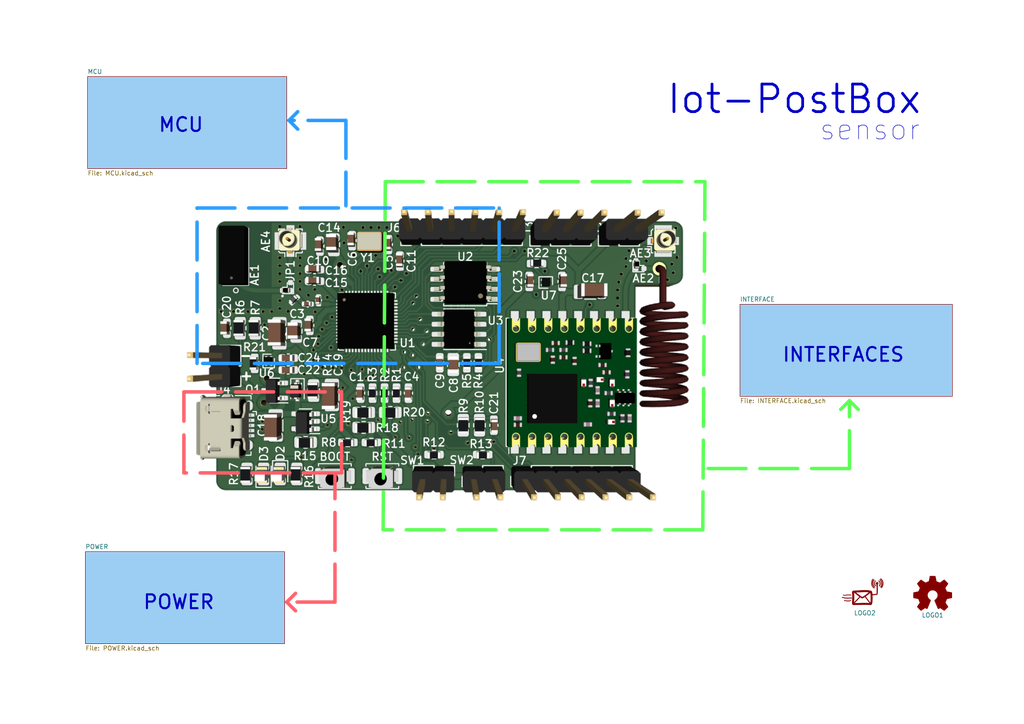
<source format=kicad_sch>
(kicad_sch (version 20250114) (generator "eeschema") (generator_version "9.0")
  (paper "A4")
  (title_block (title "IoT-PostBox") (date "31.07.2025") (rev "v1.2") (company "@paclema") (comment 1 "Pablo Clemente Maseda") (comment 3 "github.com/paclema/iot-postbox") (comment 4 "IoT-PostBox board based on ESP32-S2"))
  (lib_symbols
    (symbol "Graphic:Logo_Open_Hardware_Small" (pin_names (offset 1.016))
      (symbol "Logo_Open_Hardware_Small_0_1"
        (polyline (pts (xy 3.3528 -4.3434) (xy 3.302 -4.318) (xy 3.175 -4.2418) (xy 2.9972 -4.1148) (xy 2.7686 -3.9624) (xy 2.54 -3.81) (xy 2.3622 -3.7084) (xy 2.2352 -3.6068) (xy 2.1844 -3.5814) (xy 2.159 -3.6068) (xy 2.0574 -3.6576) (xy 1.905 -3.7338) (xy 1.8034 -3.7846) (xy 1.6764 -3.8354) (xy 1.6002 -3.8354) (xy 1.6002 -3.8354) (xy 1.5494 -3.7338) (xy 1.4732 -3.5306) (xy 1.3462 -3.302) (xy 1.2446 -3.0226) (xy 1.1176 -2.7178) (xy 0.9652 -2.413) (xy 0.8636 -2.1082) (xy 0.7366 -1.8288) (xy 0.6604 -1.6256) (xy 0.6096 -1.4732) (xy 0.5842 -1.397) (xy 0.5842 -1.397) (xy 0.6604 -1.3208) (xy 0.7874 -1.2446) (xy 1.0414 -1.016) (xy 1.2954 -0.6858) (xy 1.4478 -0.3302) (xy 1.524 0.0762) (xy 1.4732 0.4572) (xy 1.3208 0.8128) (xy 1.0668 1.143) (xy 0.762 1.3716) (xy 0.4064 1.524) (xy 0 1.5748) (xy -0.381 1.5494) (xy -0.7366 1.397) (xy -1.0668 1.143) (xy -1.2192 0.9906) (xy -1.397 0.6604) (xy -1.524 0.3048) (xy -1.524 0.2286) (xy -1.4986 -0.1778) (xy -1.397 -0.5334) (xy -1.1938 -0.8636) (xy -0.9144 -1.143) (xy -0.8636 -1.1684) (xy -0.7366 -1.27) (xy -0.635 -1.3462) (xy -0.5842 -1.397) (xy -1.0668 -2.5908) (xy -1.143 -2.794) (xy -1.2954 -3.1242) (xy -1.397 -3.4036) (xy -1.4986 -3.6322) (xy -1.5748 -3.7846) (xy -1.6002 -3.8354) (xy -1.6002 -3.8354) (xy -1.651 -3.8354) (xy -1.7272 -3.81) (xy -1.905 -3.7338) (xy -2.0066 -3.683) (xy -2.1336 -3.6068) (xy -2.2098 -3.5814) (xy -2.2606 -3.6068) (xy -2.3622 -3.683) (xy -2.54 -3.81) (xy -2.7686 -3.9624) (xy -2.9718 -4.0894) (xy -3.1496 -4.2164) (xy -3.302 -4.318) (xy -3.3528 -4.3434) (xy -3.3782 -4.3434) (xy -3.429 -4.318) (xy -3.5306 -4.2164) (xy -3.7084 -4.064) (xy -3.937 -3.8354) (xy -3.9624 -3.81) (xy -4.1656 -3.6068) (xy -4.318 -3.4544) (xy -4.4196 -3.3274) (xy -4.445 -3.2766) (xy -4.445 -3.2766) (xy -4.4196 -3.2258) (xy -4.318 -3.0734) (xy -4.2164 -2.8956) (xy -4.064 -2.667) (xy -3.6576 -2.0828) (xy -3.8862 -1.5494) (xy -3.937 -1.3716) (xy -4.0386 -1.1684) (xy -4.0894 -1.0414) (xy -4.1148 -0.9652) (xy -4.191 -0.9398) (xy -4.318 -0.9144) (xy -4.5466 -0.8636) (xy -4.8006 -0.8128) (xy -5.0546 -0.7874) (xy -5.2578 -0.7366) (xy -5.4356 -0.7112) (xy -5.5118 -0.6858) (xy -5.5118 -0.6858) (xy -5.5372 -0.635) (xy -5.5372 -0.5588) (xy -5.5372 -0.4318) (xy -5.5626 -0.2286) (xy -5.5626 0.0762) (xy -5.5626 0.127) (xy -5.5372 0.4064) (xy -5.5372 0.635) (xy -5.5372 0.762) (xy -5.5372 0.8382) (xy -5.5372 0.8382) (xy -5.461 0.8382) (xy -5.3086 0.889) (xy -5.08 0.9144) (xy -4.826 0.9652) (xy -4.8006 0.9906) (xy -4.5466 1.0414) (xy -4.318 1.0668) (xy -4.1656 1.1176) (xy -4.0894 1.143) (xy -4.0894 1.143) (xy -4.0386 1.2446) (xy -3.9624 1.4224) (xy -3.8608 1.6256) (xy -3.7846 1.8288) (xy -3.7084 2.0066) (xy -3.6576 2.159) (xy -3.6322 2.2098) (xy -3.6322 2.2098) (xy -3.683 2.286) (xy -3.7592 2.413) (xy -3.8862 2.5908) (xy -4.064 2.8194) (xy -4.064 2.8448) (xy -4.2164 3.0734) (xy -4.3434 3.2512) (xy -4.4196 3.3782) (xy -4.445 3.4544) (xy -4.445 3.4544) (xy -4.3942 3.5052) (xy -4.2926 3.6322) (xy -4.1148 3.81) (xy -3.937 4.0132) (xy -3.8608 4.064) (xy -3.6576 4.2926) (xy -3.5052 4.4196) (xy -3.4036 4.4958) (xy -3.3528 4.5212) (xy -3.3528 4.5212) (xy -3.302 4.4704) (xy -3.1496 4.3688) (xy -2.9718 4.2418) (xy -2.7432 4.0894) (xy -2.7178 4.0894) (xy -2.4892 3.937) (xy -2.3114 3.81) (xy -2.1844 3.7084) (xy -2.1336 3.683) (xy -2.1082 3.683) (xy -2.032 3.7084) (xy -1.8542 3.7592) (xy -1.6764 3.8354) (xy -1.4732 3.937) (xy -1.27 4.0132) (xy -1.143 4.064) (xy -1.0668 4.1148) (xy -1.0668 4.1148) (xy -1.0414 4.191) (xy -1.016 4.3434) (xy -0.9652 4.572) (xy -0.9144 4.8514) (xy -0.889 4.9022) (xy -0.8382 5.1562) (xy -0.8128 5.3848) (xy -0.7874 5.5372) (xy -0.762 5.588) (xy -0.7112 5.6134) (xy -0.5842 5.6134) (xy -0.4064 5.6134) (xy -0.1524 5.6134) (xy 0.0762 5.6134) (xy 0.3302 5.6134) (xy 0.5334 5.6134) (xy 0.6858 5.588) (xy 0.7366 5.588) (xy 0.7366 5.588) (xy 0.762 5.5118) (xy 0.8128 5.334) (xy 0.8382 5.1054) (xy 0.9144 4.826) (xy 0.9144 4.7752) (xy 0.9652 4.5212) (xy 1.016 4.2926) (xy 1.0414 4.1402) (xy 1.0668 4.0894) (xy 1.0668 4.0894) (xy 1.1938 4.0386) (xy 1.3716 3.9624) (xy 1.5748 3.8608) (xy 2.0828 3.6576) (xy 2.7178 4.0894) (xy 2.7686 4.1402) (xy 2.9972 4.2926) (xy 3.175 4.4196) (xy 3.302 4.4958) (xy 3.3782 4.5212) (xy 3.3782 4.5212) (xy 3.429 4.4704) (xy 3.556 4.3434) (xy 3.7338 4.191) (xy 3.9116 3.9878) (xy 4.064 3.8354) (xy 4.2418 3.6576) (xy 4.3434 3.556) (xy 4.4196 3.4798) (xy 4.4196 3.429) (xy 4.4196 3.4036) (xy 4.3942 3.3274) (xy 4.2926 3.2004) (xy 4.1656 2.9972) (xy 4.0132 2.794) (xy 3.8862 2.5908) (xy 3.7592 2.3876) (xy 3.6576 2.2352) (xy 3.6322 2.159) (xy 3.6322 2.1336) (xy 3.683 2.0066) (xy 3.7592 1.8288) (xy 3.8608 1.6002) (xy 4.064 1.1176) (xy 4.3942 1.0414) (xy 4.5974 1.016) (xy 4.8768 0.9652) (xy 5.1308 0.9144) (xy 5.5372 0.8382) (xy 5.5626 -0.6604) (xy 5.4864 -0.6858) (xy 5.4356 -0.6858) (xy 5.2832 -0.7366) (xy 5.0546 -0.762) (xy 4.8006 -0.8128) (xy 4.5974 -0.8636) (xy 4.3688 -0.9144) (xy 4.2164 -0.9398) (xy 4.1402 -0.9398) (xy 4.1148 -0.9652) (xy 4.064 -1.0668) (xy 3.9878 -1.2446) (xy 3.9116 -1.4478) (xy 3.81 -1.651) (xy 3.7338 -1.8542) (xy 3.683 -2.0066) (xy 3.6576 -2.0828) (xy 3.683 -2.1336) (xy 3.7846 -2.2606) (xy 3.8862 -2.4638) (xy 4.0386 -2.667) (xy 4.191 -2.8956) (xy 4.318 -3.0734) (xy 4.3942 -3.2004) (xy 4.445 -3.2766) (xy 4.4196 -3.3274) (xy 4.3434 -3.429) (xy 4.1656 -3.5814) (xy 3.937 -3.8354) (xy 3.8862 -3.8608) (xy 3.683 -4.064) (xy 3.5306 -4.2164) (xy 3.4036 -4.318) (xy 3.3528 -4.3434)) (fill (type outline)))
      )
    )
    (symbol "iot-postbox:iot-postbox_logo"
      (property "Reference" "LOGO" (at 0 -5.08 0))
      (symbol "iot-postbox_logo_0_0"
        (polyline (pts (xy -5.08 0) (xy -4.8888 0.0201) (xy -4.6633 0.0543) (xy -4.5204 0.0777) (xy -4.4022 0.0946) (xy -4.2978 0.106) (xy -4.195 0.1128) (xy -4.0815 0.1162) (xy -3.9453 0.1172) (xy -3.91 0.1172) (xy -3.7944 0.117) (xy -3.7088 0.1156) (xy -3.6461 0.1122) (xy -3.5992 0.106) (xy -3.5612 0.0961) (xy -3.5251 0.0817) (xy -3.4837 0.0619) (xy -3.479 0.0596) (xy -3.4188 0.0314) (xy -3.3821 0.0195) (xy -3.3588 0.0223) (xy -3.3388 0.0381) (xy -3.3237 0.0588) (xy -3.3243 0.0965) (xy -3.3611 0.1367) (xy -3.4351 0.1809) (xy -3.4514 0.1885) (xy -3.5546 0.2202) (xy -3.6897 0.2405) (xy -3.8522 0.2496) (xy -4.0379 0.2475) (xy -4.2424 0.2342) (xy -4.4615 0.2098) (xy -4.6907 0.1741) (xy -4.7923 0.1571) (xy -4.9849 0.1312) (xy -5.148 0.1197) (xy -5.2859 0.1225) (xy -5.403 0.1397) (xy -5.5035 0.1713) (xy -5.5628 0.1947) (xy -5.6087 0.2086) (xy -5.6368 0.2085) (xy -5.6562 0.196) (xy -5.6693 0.1761) (xy -5.6719 0.1392) (xy -5.668 0.132) (xy -5.6332 0.1008) (xy -5.575 0.0666) (xy -5.5041 0.0354) (xy -5.4315 0.0127) (xy -5.3674 0.0013) (xy -5.2389 -0.0063) (xy -5.08 0)) (stroke (width 0.01)) (fill (type outline)))
        (polyline (pts (xy -4.4115 -0.855) (xy -4.2416 -0.8521) (xy -4.0675 -0.8468) (xy -3.894 -0.8394) (xy -3.7259 -0.83) (xy -3.5678 -0.8188) (xy -3.4247 -0.8062) (xy -3.3012 -0.7922) (xy -3.2022 -0.7772) (xy -3.1323 -0.7613) (xy -3.0964 -0.7447) (xy -3.0873 -0.7355) (xy -3.0712 -0.7045) (xy -3.084 -0.6662) (xy -3.0855 -0.6636) (xy -3.0945 -0.6499) (xy -3.1076 -0.6397) (xy -3.129 -0.6331) (xy -3.1631 -0.6301) (xy -3.2141 -0.6307) (xy -3.2865 -0.6349) (xy -3.3844 -0.6427) (xy -3.5122 -0.6542) (xy -3.6743 -0.6694) (xy -3.7911 -0.6782) (xy -3.9297 -0.6851) (xy -4.083 -0.6901) (xy -4.2444 -0.6932) (xy -4.4073 -0.6943) (xy -4.5648 -0.6934) (xy -4.7104 -0.6906) (xy -4.8374 -0.6858) (xy -4.939 -0.679) (xy -5.0087 -0.6703) (xy -5.037 -0.6645) (xy -5.1272 -0.6426) (xy -5.2299 -0.6142) (xy -5.3281 -0.5839) (xy -5.4133 -0.5571) (xy -5.4855 -0.5391) (xy -5.5555 -0.5286) (xy -5.637 -0.5236) (xy -5.7435 -0.5221) (xy -5.7484 -0.5221) (xy -5.8469 -0.5226) (xy -5.9138 -0.5252) (xy -5.9562 -0.5309) (xy -5.981 -0.5406) (xy -5.9951 -0.5553) (xy -6.0062 -0.5814) (xy -5.9953 -0.623) (xy -5.9888 -0.6312) (xy -5.9662 -0.6448) (xy -5.9256 -0.6545) (xy -5.8603 -0.6618) (xy -5.7631 -0.668) (xy -5.7071 -0.6715) (xy -5.5882 -0.6845) (xy -5.4789 -0.7068) (xy -5.3586 -0.7421) (xy -5.3178 -0.7549) (xy -5.2071 -0.7859) (xy -5.095 -0.8132) (xy -5.0004 -0.832) (xy -4.9542 -0.8383) (xy -4.8486 -0.8472) (xy -4.7198 -0.8528) (xy -4.5725 -0.8553) (xy -4.4115 -0.855)) (stroke (width 0.01)) (fill (type outline)))
        (polyline (pts (xy -4.2429 -1.6478) (xy -4.1148 -1.6433) (xy -3.9885 -1.6367) (xy -3.8733 -1.6282) (xy -3.7784 -1.6182) (xy -3.713 -1.6071) (xy -3.6227 -1.5824) (xy -3.5205 -1.5449) (xy -3.4469 -1.5052) (xy -3.4043 -1.4649) (xy -3.3953 -1.4261) (xy -3.4223 -1.3905) (xy -3.4227 -1.3901) (xy -3.4501 -1.3785) (xy -3.4869 -1.383) (xy -3.5454 -1.4051) (xy -3.6072 -1.4299) (xy -3.7012 -1.4597) (xy -3.8014 -1.4808) (xy -3.9158 -1.4942) (xy -4.0526 -1.5011) (xy -4.2198 -1.5028) (xy -4.2402 -1.5027) (xy -4.3798 -1.5008) (xy -4.4953 -1.4957) (xy -4.5998 -1.4864) (xy -4.7063 -1.4716) (xy -4.8276 -1.4504) (xy -4.9509 -1.4288) (xy -5.0533 -1.4151) (xy -5.1308 -1.4115) (xy -5.1901 -1.4182) (xy -5.2377 -1.4353) (xy -5.2803 -1.4631) (xy -5.3164 -1.5057) (xy -5.3281 -1.5527) (xy -5.3135 -1.5917) (xy -5.2732 -1.6121) (xy -5.2421 -1.6108) (xy -5.2093 -1.5879) (xy -5.2032 -1.5801) (xy -5.1586 -1.5619) (xy -5.0787 -1.5583) (xy -4.9638 -1.5694) (xy -4.8144 -1.5951) (xy -4.7642 -1.605) (xy -4.6791 -1.6213) (xy -4.6088 -1.6343) (xy -4.5648 -1.6418) (xy -4.5461 -1.6441) (xy -4.4678 -1.6485) (xy -4.3636 -1.6496) (xy -4.2429 -1.6478)) (stroke (width 0.01)) (fill (type outline)))
        (polyline (pts (xy -2.3974 -2.7345) (xy -2.2687 -2.7325) (xy -2.1062 -2.7294) (xy -1.9842 -2.7267) (xy -1.8015 -2.7221) (xy -1.6136 -2.7166) (xy -1.4315 -2.7108) (xy -1.2661 -2.7047) (xy -1.1285 -2.699) (xy -0.6411 -2.6788) (xy -0.1185 -2.6635) (xy 0.3672 -2.6565) (xy 0.8167 -2.6576) (xy 1.2306 -2.6669) (xy 1.6093 -2.6845) (xy 1.9534 -2.7103) (xy 2.0625 -2.7194) (xy 2.1734 -2.727) (xy 2.2685 -2.7315) (xy 2.3402 -2.7328) (xy 2.3809 -2.7305) (xy 2.4016 -2.7251) (xy 2.4648 -2.6985) (xy 2.5264 -2.6614) (xy 2.5814 -2.6121) (xy 2.6305 -2.5457) (xy 2.6736 -2.4599) (xy 2.7118 -2.3513) (xy 2.7459 -2.2169) (xy 2.777 -2.0533) (xy 2.8059 -1.8574) (xy 2.8337 -1.626) (xy 2.8396 -1.5636) (xy 2.8486 -1.4276) (xy 2.8556 -1.2655) (xy 2.8606 -1.0852) (xy 2.8636 -0.8948) (xy 2.8645 -0.7023) (xy 2.8632 -0.5157) (xy 2.8596 -0.343) (xy 2.8538 -0.1923) (xy 2.8456 -0.0714) (xy 2.8293 0.1076) (xy 2.888 0.1167) (xy 2.9113 0.1195) (xy 2.9722 0.125) (xy 3.0584 0.1319) (xy 3.162 0.1395) (xy 3.2753 0.1472) (xy 3.3818 0.1548) (xy 3.5149 0.1658) (xy 3.653 0.1786) (xy 3.7899 0.1924) (xy 3.9193 0.2066) (xy 4.0351 0.2205) (xy 4.131 0.2334) (xy 4.2007 0.2446) (xy 4.2381 0.2534) (xy 4.2466 0.2575) (xy 4.2664 0.2773) (xy 4.2828 0.3131) (xy 4.2967 0.3696) (xy 4.3091 0.4512) (xy 4.3208 0.5625) (xy 4.3329 0.7079) (xy 4.3382 0.7835) (xy 4.345 0.9011) (xy 4.3503 1.0282) (xy 4.3543 1.1686) (xy 4.3569 1.3259) (xy 4.3581 1.5037) (xy 4.3581 1.7057) (xy 4.3569 1.9354) (xy 4.3544 2.1966) (xy 4.3508 2.4929) (xy 4.3415 3.1839) (xy 4.4074 3.2285) (xy 4.4372 3.2515) (xy 4.5068 3.3353) (xy 4.549 3.4371) (xy 4.5586 3.5459) (xy 4.5561 3.5697) (xy 4.5272 3.6691) (xy 4.4679 3.7469) (xy 4.3751 3.8076) (xy 4.2795 3.8409) (xy 4.1685 3.8496) (xy 4.0651 3.8275) (xy 3.9762 3.7762) (xy 3.9091 3.6973) (xy 3.8997 3.6805) (xy 3.8786 3.6298) (xy 3.87 3.5728) (xy 3.8709 3.4936) (xy 3.8747 3.4499) (xy 3.9034 3.3413) (xy 3.9579 3.2596) (xy 4.0368 3.2069) (xy 4.0588 3.1968) (xy 4.0789 3.1803) (xy 4.0912 3.1522) (xy 4.0992 3.1034) (xy 4.1062 3.025) (xy 4.109 2.9788) (xy 4.1127 2.8838) (xy 4.1161 2.7577) (xy 4.119 2.6052) (xy 4.1215 2.4306) (xy 4.1234 2.2385) (xy 4.1248 2.0335) (xy 4.1255 1.82) (xy 4.1256 1.6025) (xy 4.1249 1.3855) (xy 4.1247 1.3631) (xy 4.1228 1.2428) (xy 4.119 1.1137) (xy 4.1139 0.9817) (xy 4.1077 0.8528) (xy 4.1007 0.7329) (xy 4.0933 0.6279) (xy 4.0859 0.5438) (xy 4.0788 0.4866) (xy 4.0722 0.4621) (xy 4.0579 0.4581) (xy 4.0102 0.4505) (xy 3.9355 0.441) (xy 3.8403 0.4301) (xy 3.7311 0.4185) (xy 3.6146 0.407) (xy 3.4971 0.3962) (xy 3.3853 0.3868) (xy 3.2855 0.3794) (xy 3.2377 0.3762) (xy 3.1275 0.3685) (xy 3.0277 0.361) (xy 2.9479 0.3545) (xy 2.8972 0.3497) (xy 2.809 0.3398) (xy 2.7688 0.666) (xy 2.7668 0.6817) (xy 2.7441 0.8439) (xy 2.7193 0.9733) (xy 2.6901 1.0753) (xy 2.6541 1.1554) (xy 2.6089 1.2191) (xy 2.5522 1.2719) (xy 2.4814 1.319) (xy 2.4618 1.3301) (xy 2.4398 1.3404) (xy 2.4128 1.3501) (xy 2.3771 1.3598) (xy 2.329 1.3703) (xy 2.2647 1.3822) (xy 2.1807 1.3962) (xy 2.0731 1.413) (xy 1.9383 1.4332) (xy 1.7725 1.4576) (xy 1.5722 1.4868) (xy 1.5168 1.4925) (xy 1.4193 1.4981) (xy 1.2919 1.5024) (xy 1.1396 1.5054) (xy 0.967 1.5072) (xy 0.779 1.5077) (xy 0.5805 1.507) (xy 0.3761 1.505) (xy 0.1709 1.5017) (xy -0.0305 1.4973) (xy -0.2233 1.4916) (xy -0.4025 1.4846) (xy -0.6111 1.4754) (xy -0.9842 1.4586) (xy -1.319 1.4431) (xy -1.6161 1.4289) (xy -1.8755 1.4161) (xy -2.0978 1.4046) (xy -2.2833 1.3943) (xy -2.4321 1.3853) (xy -2.5448 1.3775) (xy -2.6216 1.371) (xy -2.6629 1.3657) (xy -2.6661 1.365) (xy -2.7884 1.3208) (xy -2.893 1.2458) (xy -2.9735 1.1457) (xy -3.0239 1.0265) (xy -3.0288 1.0043) (xy -3.0332 0.9556) (xy -3.0319 0.9175) (xy -1.9901 0.9175) (xy -1.9749 0.9206) (xy -1.9239 0.9253) (xy -1.8408 0.9311) (xy -1.7291 0.9378) (xy -1.5924 0.9452) (xy -1.4342 0.9532) (xy -1.2583 0.9615) (xy -1.0681 0.9701) (xy -0.8672 0.9788) (xy -0.6592 0.9875) (xy -0.4478 0.9959) (xy -0.2364 1.0039) (xy -0.0287 1.0113) (xy 0.1717 1.0181) (xy 0.3613 1.024) (xy 0.5364 1.0289) (xy 0.7664 1.0323) (xy 1.0486 1.0293) (xy 1.3112 1.0182) (xy 1.5481 0.9993) (xy 1.7532 0.9728) (xy 1.8955 0.9499) (xy 1.5887 0.6965) (xy 1.4752 0.6035) (xy 1.2012 0.3857) (xy 0.941 0.1896) (xy 0.6869 0.0096) (xy 0.4307 -0.1601) (xy 0.211 -0.2963) (xy 0.8268 -0.2963) (xy 0.84 -0.2819) (xy 0.8792 -0.25) (xy 0.9382 -0.2058) (xy 1.0106 -0.1542) (xy 1.1472 -0.0565) (xy 1.3441 0.0912) (xy 1.545 0.2489) (xy 1.7368 0.4066) (xy 1.8856 0.5304) (xy 2.0113 0.6313) (xy 2.1123 0.7079) (xy 2.1878 0.7598) (xy 2.2369 0.7862) (xy 2.2587 0.7866) (xy 2.2657 0.7676) (xy 2.2765 0.7174) (xy 2.2856 0.6529) (xy 2.3003 0.5162) (xy 2.3183 0.3446) (xy 2.3329 0.1984) (xy 2.3446 0.0699) (xy 2.3541 -0.0487) (xy 2.3622 -0.1649) (xy 2.3694 -0.2866) (xy 2.3763 -0.4215) (xy 2.3856 -0.7482) (xy 2.3799 -1.1329) (xy 2.3566 -1.5063) (xy 2.3161 -1.8567) (xy 2.3109 -1.8924) (xy 2.2967 -1.9855) (xy 2.2846 -2.0613) (xy 2.2756 -2.1128) (xy 2.2708 -2.1331) (xy 2.2629 -2.1253) (xy 2.2331 -2.0896) (xy 2.183 -2.0268) (xy 2.1142 -1.9392) (xy 2.0284 -1.8288) (xy 1.9272 -1.6979) (xy 1.8124 -1.5487) (xy 1.6857 -1.3833) (xy 1.5486 -1.2039) (xy 1.4029 -1.0127) (xy 1.2503 -0.8118) (xy 1.2203 -0.7724) (xy 1.1393 -0.6678) (xy 1.0627 -0.5712) (xy 0.9952 -0.4883) (xy 0.9416 -0.4249) (xy 0.9063 -0.3868) (xy 0.873 -0.3534) (xy 0.8397 -0.3163) (xy 0.8268 -0.2963) (xy 0.211 -0.2963) (xy 0.1646 -0.3251) (xy 0.1241 -0.3493) (xy 0.0411 -0.3981) (xy -0.0275 -0.4373) (xy -0.0756 -0.4634) (xy -0.0967 -0.4728) (xy -0.1091 -0.47) (xy -0.1552 -0.4479) (xy -0.2255 -0.4062) (xy -0.3156 -0.3478) (xy -0.4212 -0.2752) (xy -0.538 -0.1914) (xy -0.6028 -0.1441) (xy -0.7138 -0.0633) (xy -0.8376 0.0265) (xy -0.9634 0.1175) (xy -1.0801 0.2017) (xy -1.1575 0.258) (xy -1.2636 0.3367) (xy -1.3755 0.4212) (xy -1.4892 0.5082) (xy -1.6005 0.5945) (xy -1.7054 0.6769) (xy -1.7998 0.7522) (xy -1.8795 0.8171) (xy -1.9406 0.8684) (xy -1.9788 0.903) (xy -1.9901 0.9175) (xy -3.0319 0.9175) (xy -3.0311 0.8916) (xy -3.0223 0.8048) (xy -3.0062 0.6877) (xy -2.9878 0.5489) (xy -2.9636 0.3029) (xy -2.948 0.0373) (xy -2.9409 -0.2509) (xy -2.9422 -0.5647) (xy -2.9521 -0.9072) (xy -2.9704 -1.2814) (xy -2.9971 -1.6903) (xy -3.0035 -1.7791) (xy -3.0146 -1.9466) (xy -3.0218 -2.0822) (xy -3.0225 -2.1034) (xy -2.546 -2.1034) (xy -2.534 -1.99) (xy -2.5207 -1.8483) (xy -2.5068 -1.6632) (xy -2.494 -1.4553) (xy -2.4827 -1.233) (xy -2.4732 -1.0046) (xy -2.466 -0.7785) (xy -2.4614 -0.563) (xy -2.4598 -0.3665) (xy -2.4599 -0.3149) (xy -2.4633 -0.0398) (xy -2.4719 0.2046) (xy -2.4863 0.4249) (xy -2.5066 0.6276) (xy -2.5335 0.8193) (xy -2.5386 0.8595) (xy -2.5359 0.8923) (xy -2.52 0.9014) (xy -2.5186 0.9012) (xy -2.493 0.886) (xy -2.4421 0.8499) (xy -2.3701 0.796) (xy -2.2808 0.7274) (xy -2.1786 0.6471) (xy -2.0674 0.5583) (xy -1.989 0.4956) (xy -1.8446 0.3818) (xy -1.6924 0.2638) (xy -1.5418 0.1488) (xy -1.4024 0.0441) (xy -1.2834 -0.0433) (xy -1.2703 -0.0528) (xy -1.1428 -0.1463) (xy -1.0465 -0.2201) (xy -0.9801 -0.2751) (xy -0.9423 -0.3125) (xy -0.9318 -0.3332) (xy -0.9481 -0.3751) (xy -0.9861 -0.4369) (xy -1.0465 -0.5176) (xy -1.1301 -0.6184) (xy -1.2381 -0.7406) (xy -1.3715 -0.8854) (xy -1.5314 -1.0539) (xy -1.7188 -1.2475) (xy -1.8108 -1.3418) (xy -1.929 -1.4633) (xy -2.0461 -1.584) (xy -2.1557 -1.6971) (xy -2.2512 -1.796) (xy -2.3261 -1.8739) (xy -2.546 -2.1034) (xy -3.0225 -2.1034) (xy -3.0252 -2.1905) (xy -3.0247 -2.239) (xy -2.3869 -2.239) (xy -2.3826 -2.2328) (xy -2.3555 -2.2019) (xy -2.3056 -2.1478) (xy -2.2358 -2.0736) (xy -2.1488 -1.9822) (xy -2.0475 -1.8765) (xy -1.9346 -1.7595) (xy -1.8128 -1.634) (xy -1.7458 -1.5651) (xy -1.5614 -1.3746) (xy -1.4019 -1.2085) (xy -1.2655 -1.0645) (xy -1.1501 -0.9407) (xy -1.0537 -0.8348) (xy -0.9746 -0.7447) (xy -0.9106 -0.6683) (xy -0.8598 -0.6035) (xy -0.8204 -0.548) (xy -0.7475 -0.4391) (xy -0.5653 -0.5646) (xy -0.5169 -0.5974) (xy -0.3774 -0.685) (xy -0.2574 -0.7492) (xy -0.1595 -0.7886) (xy -0.0865 -0.8021) (xy -0.0697 -0.8015) (xy -0.0421 -0.7972) (xy -0.0094 -0.7866) (xy 0.0331 -0.7674) (xy 0.09 -0.7372) (xy 0.1661 -0.6936) (xy 0.2658 -0.6344) (xy 0.3937 -0.5572) (xy 0.4253 -0.5381) (xy 0.5065 -0.4896) (xy 0.5733 -0.4505) (xy 0.6195 -0.4244) (xy 0.639 -0.4149) (xy 0.6454 -0.4172) (xy 0.6768 -0.4428) (xy 0.7267 -0.4937) (xy 0.7915 -0.5659) (xy 0.8678 -0.6553) (xy 0.9521 -0.7578) (xy 1.0408 -0.8694) (xy 1.1306 -0.986) (xy 1.1978 -1.0748) (xy 1.2938 -1.2011) (xy 1.4017 -1.3428) (xy 1.5152 -1.4915) (xy 1.6279 -1.639) (xy 1.7334 -1.7769) (xy 2.0874 -2.2387) (xy 1.9943 -2.2271) (xy 1.9003 -2.2172) (xy 1.7469 -2.2058) (xy 1.5633 -2.196) (xy 1.3542 -2.1881) (xy 1.1246 -2.182) (xy 0.8791 -2.1778) (xy 0.6226 -2.1756) (xy 0.3598 -2.1753) (xy 0.0957 -2.1772) (xy -0.1651 -2.1811) (xy -0.4178 -2.1872) (xy -0.6575 -2.1956) (xy -0.6881 -2.1968) (xy -0.8635 -2.2039) (xy -1.0602 -2.2118) (xy -1.2635 -2.2199) (xy -1.4589 -2.2277) (xy -1.6318 -2.2344) (xy -1.6994 -2.237) (xy -1.8853 -2.2438) (xy -2.0366 -2.2487) (xy -2.1563 -2.2518) (xy -2.2474 -2.2529) (xy -2.313 -2.2522) (xy -2.3561 -2.2496) (xy -2.3797 -2.2452) (xy -2.3869 -2.239) (xy -3.0247 -2.239) (xy -3.0244 -2.2761) (xy -3.0196 -2.3435) (xy -3.0105 -2.3973) (xy -2.9971 -2.442) (xy -2.9793 -2.4822) (xy -2.9761 -2.4884) (xy -2.9189 -2.5789) (xy -2.8495 -2.645) (xy -2.7547 -2.6994) (xy -2.7543 -2.6996) (xy -2.7278 -2.7114) (xy -2.7012 -2.7206) (xy -2.6696 -2.7273) (xy -2.6283 -2.7319) (xy -2.5723 -2.7345) (xy -2.497 -2.7353) (xy -2.3974 -2.7345)) (stroke (width 0.01)) (fill (type outline)))
        (polyline (pts (xy 3.3971 2.1067) (xy 3.4077 2.1316) (xy 3.4003 2.1652) (xy 3.3713 2.2106) (xy 3.3178 2.2719) (xy 3.2371 2.3535) (xy 3.1312 2.4656) (xy 2.9754 2.672) (xy 2.8549 2.8935) (xy 2.7703 3.129) (xy 2.756 3.1936) (xy 2.7403 3.3368) (xy 2.7378 3.503) (xy 2.7476 3.6836) (xy 2.7684 3.8706) (xy 2.7994 4.0553) (xy 2.8394 4.2296) (xy 2.8875 4.385) (xy 2.9425 4.5133) (xy 2.9625 4.5436) (xy 3.0074 4.5968) (xy 3.0611 4.6499) (xy 3.0797 4.6672) (xy 3.13 4.7265) (xy 3.1478 4.772) (xy 3.134 4.8007) (xy 3.0896 4.8095) (xy 3.0155 4.7954) (xy 3.0007 4.7902) (xy 2.9282 4.7465) (xy 2.854 4.6765) (xy 2.7862 4.589) (xy 2.733 4.4929) (xy 2.6893 4.3782) (xy 2.6427 4.2137) (xy 2.6045 4.0311) (xy 2.5758 3.8394) (xy 2.5577 3.6475) (xy 2.5513 3.4644) (xy 2.5575 3.2991) (xy 2.5774 3.1607) (xy 2.5857 3.1253) (xy 2.654 2.9074) (xy 2.7508 2.7043) (xy 2.8796 2.5099) (xy 3.0435 2.3183) (xy 3.05 2.3115) (xy 3.1205 2.2404) (xy 3.1865 2.1787) (xy 3.2406 2.1329) (xy 3.2759 2.1094) (xy 3.2789 2.1081) (xy 3.3359 2.0874) (xy 3.3717 2.087) (xy 3.3971 2.1067)) (stroke (width 0.01)) (fill (type outline)))
        (polyline (pts (xy 3.6045 2.3748) (xy 3.6304 2.3895) (xy 3.6301 2.4206) (xy 3.6026 2.4701) (xy 3.5469 2.5402) (xy 3.4623 2.6327) (xy 3.4256 2.6719) (xy 3.3187 2.7996) (xy 3.2369 2.9244) (xy 3.177 3.0544) (xy 3.136 3.1977) (xy 3.1104 3.3624) (xy 3.0972 3.5566) (xy 3.0956 3.6108) (xy 3.1002 3.8133) (xy 3.1237 3.9876) (xy 3.1677 4.1389) (xy 3.2333 4.2725) (xy 3.3222 4.3936) (xy 3.3386 4.4134) (xy 3.3841 4.4829) (xy 3.4004 4.5386) (xy 3.387 4.577) (xy 3.3436 4.5948) (xy 3.279 4.5858) (xy 3.2079 4.5426) (xy 3.1382 4.4686) (xy 3.0726 4.3678) (xy 3.0136 4.244) (xy 2.9637 4.1015) (xy 2.9256 3.9442) (xy 2.9057 3.8033) (xy 2.8994 3.5871) (xy 2.9192 3.3687) (xy 2.9638 3.157) (xy 3.0314 2.9607) (xy 3.1208 2.7887) (xy 3.1488 2.7476) (xy 3.2095 2.6693) (xy 3.28 2.5874) (xy 3.3522 2.5109) (xy 3.418 2.4483) (xy 3.4695 2.4085) (xy 3.4702 2.4081) (xy 3.5266 2.3833) (xy 3.5808 2.373) (xy 3.6045 2.3748)) (stroke (width 0.01)) (fill (type outline)))
        (polyline (pts (xy 3.8898 2.746) (xy 3.9184 2.7723) (xy 3.9191 2.7746) (xy 3.9117 2.804) (xy 3.8769 2.849) (xy 3.8124 2.9126) (xy 3.8033 2.9211) (xy 3.7416 2.9851) (xy 3.6884 3.0501) (xy 3.6544 3.1031) (xy 3.6174 3.1929) (xy 3.5783 3.3426) (xy 3.5588 3.5025) (xy 3.5588 3.6636) (xy 3.578 3.8172) (xy 3.6162 3.9546) (xy 3.6734 4.0669) (xy 3.7075 4.1192) (xy 3.7506 4.1971) (xy 3.7747 4.259) (xy 3.777 4.2981) (xy 3.7659 4.3162) (xy 3.7324 4.3278) (xy 3.6869 4.3111) (xy 3.6335 4.2699) (xy 3.5768 4.208) (xy 3.521 4.129) (xy 3.4706 4.0368) (xy 3.4668 4.0288) (xy 3.4023 3.8592) (xy 3.3688 3.6894) (xy 3.3654 3.5104) (xy 3.3911 3.3136) (xy 3.3959 3.2891) (xy 3.4398 3.1314) (xy 3.5022 3.0015) (xy 3.5873 2.892) (xy 3.6998 2.7955) (xy 3.7106 2.788) (xy 3.7761 2.755) (xy 3.8391 2.7406) (xy 3.8898 2.746)) (stroke (width 0.01)) (fill (type outline)))
        (polyline (pts (xy 4.8699 2.7035) (xy 4.9267 2.7346) (xy 4.9791 2.7869) (xy 5.0288 2.8631) (xy 5.0884 2.9853) (xy 5.1364 3.1191) (xy 5.1665 3.2492) (xy 5.1779 3.398) (xy 5.1704 3.5644) (xy 5.1452 3.7284) (xy 5.104 3.8733) (xy 5.0942 3.897) (xy 5.0415 3.99) (xy 4.97 4.0807) (xy 4.8872 4.1624) (xy 4.8 4.2287) (xy 4.7157 4.2732) (xy 4.6413 4.2895) (xy 4.6145 4.2847) (xy 4.5991 4.2597) (xy 4.6137 4.2152) (xy 4.6574 4.1533) (xy 4.7294 4.076) (xy 4.8297 3.9656) (xy 4.9048 3.8512) (xy 4.954 3.728) (xy 4.981 3.587) (xy 4.9892 3.4194) (xy 4.9737 3.2442) (xy 4.9259 3.0746) (xy 4.8477 2.9246) (xy 4.8079 2.8615) (xy 4.7764 2.7949) (xy 4.7702 2.7468) (xy 4.7879 2.7124) (xy 4.8184 2.6974) (xy 4.8699 2.7035)) (stroke (width 0.01)) (fill (type outline)))
        (polyline (pts (xy 5.2465 2.4128) (xy 5.3025 2.4336) (xy 5.3243 2.4484) (xy 5.3743 2.499) (xy 5.43 2.5714) (xy 5.4848 2.6567) (xy 5.532 2.7459) (xy 5.5589 2.8103) (xy 5.6072 2.9792) (xy 5.6359 3.1692) (xy 5.6449 3.3715) (xy 5.634 3.5774) (xy 5.6032 3.7783) (xy 5.5523 3.9653) (xy 5.5237 4.04) (xy 5.4649 4.1634) (xy 5.3952 4.2822) (xy 5.3184 4.3918) (xy 5.2382 4.488) (xy 5.1586 4.5664) (xy 5.0832 4.6225) (xy 5.0159 4.652) (xy 4.9605 4.6505) (xy 4.9405 4.6377) (xy 4.9337 4.6089) (xy 4.9532 4.5649) (xy 5.0006 4.5029) (xy 5.0772 4.4201) (xy 5.1661 4.3198) (xy 5.2765 4.1557) (xy 5.3585 3.9732) (xy 5.4157 3.7652) (xy 5.4354 3.6478) (xy 5.4512 3.4722) (xy 5.4533 3.2952) (xy 5.4416 3.1293) (xy 5.4162 2.9869) (xy 5.399 2.9227) (xy 5.3699 2.8344) (xy 5.3355 2.7625) (xy 5.2885 2.6934) (xy 5.2217 2.6132) (xy 5.1662 2.542) (xy 5.1318 2.4782) (xy 5.1257 2.4316) (xy 5.1489 2.4055) (xy 5.1886 2.4025) (xy 5.2465 2.4128)) (stroke (width 0.01)) (fill (type outline)))
        (polyline (pts (xy 5.5461 2.211) (xy 5.609 2.2712) (xy 5.6475 2.3206) (xy 5.7097 2.4186) (xy 5.7731 2.5363) (xy 5.8323 2.663) (xy 5.8821 2.7881) (xy 5.9175 2.901) (xy 5.9622 3.1221) (xy 5.9875 3.3561) (xy 5.9923 3.5889) (xy 5.9764 3.8098) (xy 5.9394 4.0088) (xy 5.9378 4.0149) (xy 5.8979 4.1388) (xy 5.8432 4.2711) (xy 5.7794 4.4004) (xy 5.7123 4.5149) (xy 5.6475 4.6032) (xy 5.5907 4.6613) (xy 5.511 4.7287) (xy 5.4246 4.7908) (xy 5.3398 4.842) (xy 5.2654 4.8768) (xy 5.2096 4.8896) (xy 5.1827 4.8881) (xy 5.1384 4.8719) (xy 5.1264 4.84) (xy 5.1458 4.7954) (xy 5.1957 4.7408) (xy 5.2752 4.6789) (xy 5.3107 4.6538) (xy 5.4511 4.5349) (xy 5.5641 4.4006) (xy 5.6547 4.2438) (xy 5.7284 4.0573) (xy 5.7498 3.9895) (xy 5.7676 3.9232) (xy 5.7798 3.8585) (xy 5.7879 3.7853) (xy 5.7932 3.6936) (xy 5.7973 3.5732) (xy 5.7974 3.5693) (xy 5.8 3.44) (xy 5.799 3.3381) (xy 5.7937 3.253) (xy 5.7835 3.1736) (xy 5.7677 3.0892) (xy 5.7533 3.0248) (xy 5.6924 2.8163) (xy 5.6146 2.6272) (xy 5.5237 2.4664) (xy 5.5016 2.4329) (xy 5.4546 2.3563) (xy 5.4281 2.2998) (xy 5.4191 2.2561) (xy 5.4248 2.218) (xy 5.425 2.2173) (xy 5.4507 2.1831) (xy 5.4922 2.1813) (xy 5.5461 2.211)) (stroke (width 0.01)) (fill (type outline)))
      )
    )
  )
  (text "Iot-PostBox" (at 193.04 33.655 0) (effects (font (size 8 8) (thickness 0.7976) (bold yes)) (justify left bottom)))
  (text "POWER" (at 41.275 177.165 0) (effects (font (size 4 4) (thickness 0.5994) (bold yes)) (justify left bottom)))
  (text "INTERFACES" (at 226.695 105.41 0) (effects (font (size 4 4) (thickness 0.5994) (bold yes)) (justify left bottom)))
  (text "MCU" (at 45.72 38.735 0) (effects (font (size 4 4) (thickness 0.5994) (bold yes)) (justify left bottom)))
  (text "sensor" (at 237.49 41.275 0) (effects (font (size 6 6)) (justify left bottom)))
  (polyline (pts (xy 203.835 153.67) (xy 204.47 52.705)) (stroke (width 1) (type dash) (color 89 255 82 1)))
  (polyline (pts (xy 246.38 116.205) (xy 243.84 118.745)) (stroke (width 1) (type dash) (color 89 255 82 1)))
  (polyline (pts (xy 57.15 105.41) (xy 57.15 60.325)) (stroke (width 1) (type dash) (color 39 152 255 1)))
  (polyline (pts (xy 144.78 105.41) (xy 144.78 60.325)) (stroke (width 1) (type dash) (color 39 152 255 1)))
  (polyline (pts (xy 57.15 60.325) (xy 144.78 60.325)) (stroke (width 1) (type dash) (color 39 152 255 1)))
  (polyline (pts (xy 100.33 34.925) (xy 100.33 59.69)) (stroke (width 1) (type dash) (color 39 152 255 1)))
  (polyline (pts (xy 83.82 34.925) (xy 86.36 32.385)) (stroke (width 1) (type dash) (color 39 152 255 1)))
  (polyline (pts (xy 111.125 153.67) (xy 111.76 52.705)) (stroke (width 1) (type dash) (color 89 255 82 1)))
  (polyline (pts (xy 99.06 137.16) (xy 53.34 137.16)) (stroke (width 1) (type dash) (color 255 95 105 1)))
  (polyline (pts (xy 246.38 135.89) (xy 246.38 116.205)) (stroke (width 1) (type dash) (color 89 255 82 1)))
  (polyline (pts (xy 246.38 116.205) (xy 248.92 118.745)) (stroke (width 1) (type dash) (color 89 255 82 1)))
  (polyline (pts (xy 246.38 135.89) (xy 205.105 135.89)) (stroke (width 1) (type dash) (color 89 255 82 1)))
  (polyline (pts (xy 144.78 105.41) (xy 57.15 105.41)) (stroke (width 1) (type dash) (color 39 152 255 1)))
  (polyline (pts (xy 83.185 174.625) (xy 85.725 172.085)) (stroke (width 1) (type dash) (color 255 95 105 1)))
  (polyline (pts (xy 100.33 34.925) (xy 83.82 34.925)) (stroke (width 1) (type dash) (color 39 152 255 1)))
  (polyline (pts (xy 97.155 174.625) (xy 83.185 174.625)) (stroke (width 1) (type dash) (color 255 95 105 1)))
  (polyline (pts (xy 83.82 34.925) (xy 86.36 37.465)) (stroke (width 1) (type dash) (color 39 152 255 1)))
  (polyline (pts (xy 53.34 113.665) (xy 99.06 113.665)) (stroke (width 1) (type dash) (color 255 95 105 1)))
  (polyline (pts (xy 203.835 153.67) (xy 111.125 153.67)) (stroke (width 1) (type dash) (color 89 255 82 1)))
  (polyline (pts (xy 97.155 174.625) (xy 97.155 137.795)) (stroke (width 1) (type dash) (color 255 95 105 1)))
  (polyline (pts (xy 111.76 52.705) (xy 204.47 52.705)) (stroke (width 1) (type dash) (color 89 255 82 1)))
  (polyline (pts (xy 99.06 113.665) (xy 99.06 137.16)) (stroke (width 1) (type dash) (color 255 95 105 1)))
  (polyline (pts (xy 83.185 174.625) (xy 85.725 177.165)) (stroke (width 1) (type dash) (color 255 95 105 1)))
  (polyline (pts (xy 53.34 137.16) (xy 53.34 113.665)) (stroke (width 1) (type dash) (color 255 95 105 1)))
  (image (at 127 102.87) (scale 0.366158))
  (symbol (lib_id "Graphic:Logo_Open_Hardware_Small") (at 270.51 172.72 0) (unit 1)
    (property "Reference" "LOGO1" (at 270.51 178.435 0))
    (property "Value" "Logo_Open_Hardware_Small" (effects (hide yes)))
    (property "Footprint" "Symbol:OSHW-Logo_5.7x6mm_SilkScreen" (effects (hide yes)))
  )
  (symbol (lib_id "iot-postbox:iot-postbox_logo") (at 250.19 172.72 0) (unit 1)
    (property "Reference" "LOGO2" (at 247.65 177.8 0) (effects (justify left)))
    (property "Value" "iot-postbox_logo" (effects (hide yes)))
    (property "Footprint" "iot-postbox:iot-postbox_logo" (effects (hide yes)))
  )
  (sheet (at 24.765 160.02) (size 57.785 26.67) (stroke (width 0.1524)) (fill (color 156 205 242 1.0000))
    (property "Sheetname" "POWER" (at 24.765 159.3084 0) (effects (justify left bottom)))
    (property "Sheetfile" "POWER.kicad_sch" (at 24.765 187.2746 0) (effects (justify left top)))
  )
  (sheet (at 25.4 22.225) (size 57.785 26.67) (stroke (width 0.1524)) (fill (color 156 205 242 1.0000))
    (property "Sheetname" "MCU" (at 25.4 21.5134 0) (effects (justify left bottom)))
    (property "Sheetfile" "MCU.kicad_sch" (at 25.4 49.4796 0) (effects (justify left top)))
  )
  (sheet (at 214.63 88.265) (size 61.595 26.67) (stroke (width 0.1524)) (fill (color 156 205 242 1.0000))
    (property "Sheetname" "INTERFACE" (at 214.63 87.5534 0) (effects (justify left bottom)))
    (property "Sheetfile" "INTERFACE.kicad_sch" (at 214.63 115.5196 0) (effects (justify left top)))
  )
)
</source>
